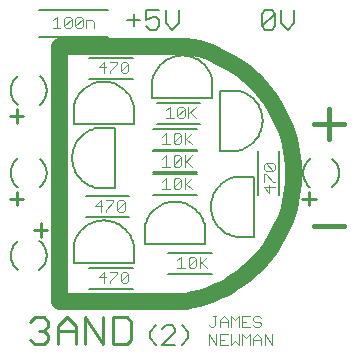
<source format=gto>
G04 Output by ViewMate Deluxe V11.0.9  PentaLogix LLC*
G04 Sun May 11 19:20:02 2014*
%FSLAX33Y33*%
%MOMM*%
%IPPOS*%
%ADD15C,0.0762*%
%ADD16C,0.127*%
%ADD105C,1.397*%
%ADD106C,0.254*%
%ADD107C,0.4064*%
%ADD108C,0.1524*%
%ADD109C,0.1016*%

%LPD*%
X0Y0D2*D15*G1X27153Y16370D2*X27308Y16528D1*X27308Y15593D2*X27153Y15593D1*X27153Y14966*X27622Y14656D2*X27622Y14028D1*X27153Y14498*X28092Y14498*X28092Y14966D2*X27935Y14966D1*X27308Y15593*X27935Y15900D2*X28092Y16058D1*X28092Y16370*X27935Y16528*X27308Y16528*X27935Y15900*X27308Y15900*X27153Y16058*X27153Y16370*X14732Y24973D2*X14732Y25131D1*X14105Y25131*X13797Y24658D2*X13170Y24658D1*X13640Y25131*X13640Y24188*X14105Y24188D2*X14105Y24346D1*X14732Y24973*X15042Y24346D2*X15042Y24973D1*X15197Y25131*X15512Y25131*X15669Y24973*X15669Y24346D2*X15669Y24973D1*X15042Y24346*X15197Y24188*X15512Y24188*X15669Y24346*X20912Y20848D2*X21384Y20378D1*X20757Y20693D2*X21384Y21321D1*X18885Y21006D2*X19197Y21321D1*X19197Y20378*X19512Y20378D2*X18885Y20378D1*X19820Y20536D2*X19820Y21163D1*X19977Y21321*X20292Y21321*X20447Y21163*X20447Y20536*X20292Y20378*X19977Y20378*X19820Y20536*X20447Y21163*X20757Y20378D2*X20757Y21321D1*X20594Y18626D2*X21067Y18156D1*X20439Y18471D2*X21067Y19098D1*X20439Y19098D2*X20439Y18156D1*X20130Y18941D2*X19975Y19098D1*X19660Y19098*X19502Y18941*X19502Y18313D2*X19660Y18156D1*X19975Y18156*X20130Y18313*X20130Y18941*X19502Y18313*X19502Y18941*X18567Y18783D2*X18880Y19098D1*X18880Y18156*X18567Y18156D2*X19195Y18156D1*X18567Y16878D2*X18880Y17193D1*X18880Y16251*X19195Y16251D2*X18567Y16251D1*X20130Y17036D2*X19975Y17193D1*X19660Y17193*X19502Y17036*X19502Y16408*X20130Y16408D2*X20130Y17036D1*X19502Y16408*X19660Y16251*X19975Y16251*X20130Y16408*X20439Y17193D2*X20439Y16251D1*X20439Y16566D2*X21067Y17193D1*X21067Y16251D2*X20594Y16721D1*X20594Y14816D2*X21067Y14346D1*X20439Y14661D2*X21067Y15288D1*X20439Y15288D2*X20439Y14346D1*X20130Y15131D2*X19975Y15288D1*X19660Y15288*X19502Y15131*X19502Y14503D2*X19660Y14346D1*X19975Y14346*X20130Y14503*X20130Y15131*X19502Y14503*X19502Y15131*X18567Y14973D2*X18880Y15288D1*X18880Y14346*X18567Y14346D2*X19195Y14346D1*X14414Y13226D2*X14414Y13383D1*X13787Y13383*X13480Y12911D2*X12852Y12911D1*X13322Y13383*X13322Y12441*X13787Y12441D2*X13787Y12598D1*X14414Y13226*X15352Y13226D2*X15194Y13383D1*X14879Y13383*X14724Y13226*X14724Y12598*X14879Y12441D2*X15194Y12441D1*X15352Y12598*X15352Y13226*X14724Y12598*X14879Y12441*X14732Y7193D2*X14732Y7351D1*X14105Y7351*X13797Y6878D2*X13170Y6878D1*X13640Y7351*X13640Y6408*X14105Y6408D2*X14105Y6566D1*X14732Y7193*X15042Y6566D2*X15042Y7193D1*X15197Y7351*X15512Y7351*X15669Y7193*X15042Y6566*X15197Y6408*X15512Y6408*X15669Y6566*X15669Y7193*X19837Y8306D2*X20150Y8621D1*X20150Y7678*X20465Y7678D2*X19837Y7678D1*X21400Y8463D2*X21245Y8621D1*X20930Y8621*X20772Y8463*X20772Y7836*X21400Y7836D2*X21400Y8463D1*X20772Y7836*X20930Y7678*X21245Y7678*X21400Y7836*X21709Y8621D2*X21709Y7678D1*X21709Y7993D2*X22337Y8621D1*X22337Y7678D2*X21864Y8148D1*D16*X16129Y21356D2*X16093Y21511D1*X16048Y21661*X15994Y21811*X15931Y21956*X15860Y22095*X15778Y22233*X15690Y22365*X15593Y22489*X15491Y22609*X15380Y22720*X15263Y22827*X15138Y22926*X15009Y23015*X14874Y23099*X14735Y23172*X14590Y23238*X14442Y23294*X14293Y23343*X14138Y23381*X13983Y23409*X13825Y23429*X13668Y23439*X13510Y23439*X13353Y23429*X13195Y23409*X13040Y23381*X12885Y23343*X12736Y23294*X12588Y23238*X12443Y23172*X12304Y23099*X12169Y23015*X12040Y22926*X11915Y22827*X11798Y22720*X11687Y22609*X11585Y22489*X11488Y22365*X11400Y22233*X11318Y22095*X11247Y21956*X11184Y21811*X11130Y21661*X11085Y21511*X11049Y21356*X13018Y19515D2*X12863Y19479D1*X12713Y19434*X12563Y19380*X12418Y19317*X12278Y19246*X12141Y19164*X12009Y19075*X11885Y18979*X11765Y18877*X11654Y18766*X11547Y18649*X11448Y18524*X11359Y18395*X11275Y18260*X11201Y18120*X11135Y17976*X11079Y17828*X11031Y17678*X10993Y17523*X10965Y17369*X10945Y17211*X10935Y17054*X10935Y16896*X10945Y16739*X10965Y16581*X10993Y16426*X11031Y16271*X11079Y16121*X11135Y15974*X11201Y15829*X11275Y15690*X11359Y15555*X11448Y15425*X11547Y15301*X11654Y15184*X11765Y15072*X11885Y14971*X12009Y14874*X12141Y14785*X12278Y14704*X12418Y14633*X12563Y14569*X12713Y14516*X12863Y14470*X13018Y14435*X14542Y14435*X14542Y19515*X13018Y19515*X11049Y21356D2*X11049Y19832D1*X16129Y19832*X16129Y21356*X24956Y17610D2*X25110Y17645D1*X25260Y17691*X25410Y17744*X25555Y17808*X25695Y17879*X25832Y17960*X25964Y18049*X26088Y18146*X26208Y18247*X26319Y18359*X26426Y18476*X26525Y18600*X26614Y18730*X26698Y18865*X26772Y19004*X26838Y19149*X26894Y19296*X26942Y19446*X26980Y19601*X27008Y19756*X27028Y19914*X27038Y20071*X27038Y20229*X27028Y20386*X27008Y20544*X26980Y20698*X26942Y20853*X26894Y21003*X26838Y21151*X26772Y21295*X26698Y21435*X26614Y21570*X26525Y21699*X26426Y21824*X26319Y21941*X26208Y22052*X26088Y22154*X25964Y22250*X25832Y22339*X25695Y22421*X25555Y22492*X25410Y22555*X25260Y22609*X25110Y22654*X24956Y22690*X22796Y23579D2*X22761Y23734D1*X22715Y23884*X22662Y24033*X22598Y24178*X22527Y24318*X22446Y24455*X22357Y24587*X22261Y24712*X22159Y24831*X22047Y24943*X21930Y25049*X21806Y25149*X21676Y25237*X21542Y25321*X21402Y25395*X21257Y25461*X21110Y25517*X20960Y25565*X20805Y25603*X20650Y25631*X20493Y25651*X20335Y25662*X20178Y25662*X20020Y25651*X19863Y25631*X19708Y25603*X19553Y25565*X19403Y25517*X19256Y25461*X19111Y25395*X18971Y25321*X18837Y25237*X18707Y25149*X18583Y25049*X18466Y24943*X18354Y24831*X18252Y24712*X18156Y24587*X18067Y24455*X17986Y24318*X17915Y24178*X17851Y24033*X17798Y23884*X17752Y23734*X17716Y23579*X17716Y22055*X22796Y22055*X22796Y23579*X24956Y22690D2*X23432Y22690D1*X23432Y17610*X24956Y17610*X24765Y15387D2*X24610Y15352D1*X24460Y15306*X24310Y15253*X24166Y15189*X24026Y15118*X23889Y15037*X23757Y14948*X23632Y14851*X23513Y14750*X23401Y14638*X23294Y14521*X23195Y14397*X23106Y14267*X23023Y14133*X22949Y13993*X22883Y13848*X22827Y13701*X22779Y13551*X22741Y13396*X22713Y13241*X22692Y13084*X22682Y12926*X22682Y12769*X22692Y12611*X22713Y12454*X22741Y12299*X22779Y12144*X22827Y11994*X22883Y11847*X22949Y11702*X23023Y11562*X23106Y11427*X23195Y11298*X23294Y11173*X23401Y11057*X23513Y10945*X23632Y10843*X23757Y10747*X23889Y10658*X24026Y10577*X24166Y10505*X24310Y10442*X24460Y10389*X24610Y10343*X24765Y10307*X22162Y11196D2*X22126Y11351D1*X22080Y11501*X22027Y11651*X21963Y11796*X21892Y11935*X21811Y12073*X21722Y12205*X21626Y12329*X21524Y12449*X21412Y12560*X21295Y12667*X21171Y12766*X21041Y12855*X20907Y12939*X20767Y13012*X20622Y13078*X20475Y13134*X20325Y13183*X20170Y13221*X20015Y13249*X19858Y13269*X19700Y13279*X19543Y13279*X19385Y13269*X19228Y13249*X19073Y13221*X18918Y13183*X18768Y13134*X18621Y13078*X18476Y13012*X18336Y12939*X18202Y12855*X18072Y12766*X17948Y12667*X17831Y12560*X17719Y12449*X17617Y12329*X17521Y12205*X17432Y12073*X17351Y11935*X17280Y11796*X17216Y11651*X17163Y11501*X17117Y11351*X17082Y11196*X16129Y9609D2*X16093Y9764D1*X16048Y9914*X15994Y10063*X15931Y10208*X15860Y10348*X15778Y10485*X15690Y10617*X15593Y10742*X15491Y10861*X15380Y10973*X15263Y11079*X15138Y11179*X15009Y11267*X14874Y11351*X14735Y11425*X14590Y11491*X14442Y11547*X14293Y11595*X14138Y11633*X13983Y11661*X13825Y11681*X13668Y11692*X13510Y11692*X13353Y11681*X13195Y11661*X13040Y11633*X12885Y11595*X12736Y11547*X12588Y11491*X12443Y11425*X12304Y11351*X12169Y11267*X12040Y11179*X11915Y11079*X11798Y10973*X11687Y10861*X11585Y10742*X11488Y10617*X11400Y10485*X11318Y10348*X11247Y10208*X11184Y10063*X11130Y9914*X11085Y9764*X11049Y9609*X11049Y8085*X16129Y8085*X16129Y9609*X17082Y11196D2*X17082Y9672D1*X22162Y9672*X22162Y11196*X24765Y10307D2*X26289Y10307D1*X26289Y15387*X24765Y15387*D105*X9779Y4910D2*X20574Y4910D1*X21102Y5014*X21623Y5146*X22136Y5304*X22642Y5486*X23137Y5692*X23622Y5923*X24094Y6177*X24554Y6454*X25001Y6754*X25430Y7074*X25847Y7417*X26243Y7777*X26622Y8158*X26982Y8555*X27323Y8971*X27643Y9403*X27940Y9850*X28214Y10310*X28468Y10785*X28697Y11270*X28903Y11768*X29083Y12273*X29238Y12786*X29370Y13307*X29474Y13835*X29553Y14366*X29604Y14900*X29632Y15436*X29632Y15974*X29604Y16510*X29553Y17043*X29474Y17574*X29370Y18103*X29238Y18623*X29083Y19136*X28903Y19642*X28697Y20140*X28468Y20625*X28214Y21100*X27940Y21560*X27643Y22007*X27323Y22438*X26982Y22855*X26622Y23251*X26243Y23632*X25847Y23993*X25430Y24336*X25001Y24656*X24554Y24956*X24094Y25232*X23622Y25486*X23137Y25718*X22642Y25923*X22136Y26106*X21623Y26264*X21102Y26396*X20574Y26500*X9779Y26500*X9779Y4910*D106*X30988Y14117D2*X30988Y12974D1*X30416Y13546D2*X31560Y13546D1*X6794Y20531D2*X5652Y20531D1*X6223Y19959D2*X6223Y21102D1*X6794Y13546D2*X5652Y13546D1*X6223Y12974D2*X6223Y14117D1*X7684Y10879D2*X8826Y10879D1*X8255Y10307D2*X8255Y11450D1*X9705Y2753D2*X9705Y1227D1*X11229Y2372D2*X9705Y2372D1*X14381Y3515D2*X14381Y1227D1*X15527Y1227*X15908Y1608*X15908Y3134*X15527Y3515*X14381Y3515*X13569Y3515D2*X13569Y1227D1*X12045Y3515*X12045Y1227*X11229Y1227D2*X11229Y2753D1*X10467Y3515*X9705Y2753*X7366Y3134D2*X7747Y3515D1*X8509Y3515*X8893Y3134*X8893Y2753*X8509Y2372*X8128Y2372D2*X8509Y2372D1*X8893Y1991*X8893Y1608*X8509Y1227*X7747Y1227*X7366Y1608*D107*X31369Y19832D2*X33909Y19832D1*X32639Y18562D2*X32639Y21102D1*X31369Y11260D2*X33909Y11260D1*D108*X29723Y29474D2*X29723Y28390D1*X29180Y27846*X28638Y28390*X28638Y29474*X28085Y29202D2*X27813Y29474D1*X27272Y29474*X27000Y29202*X27000Y28118*X27272Y27846D2*X27813Y27846D1*X28085Y28118*X28085Y29202*X27000Y28118*X27272Y27846*X18098Y21674D2*X21780Y21674D1*X16114Y29202D2*X16114Y28118D1*X19929Y29474D2*X19929Y28390D1*X19388Y27846*X18844Y28390*X18844Y29474*X18293Y29474D2*X17208Y29474D1*X17208Y28661*X17208Y28118D2*X17478Y27846D1*X18021Y27846*X18293Y28118*X18293Y28661*X18021Y28931*X17750Y28931*X17208Y28661*X15570Y28661D2*X16655Y28661D1*X8128Y29548D2*X13970Y29548D1*X13970Y27262D2*X8128Y27262D1*X16066Y25484D2*X12382Y25484D1*X12382Y23706D2*X16066Y23706D1*X6325Y21471D2*X6233Y21544D1*X6147Y21626*X6068Y21714*X5997Y21806*X5933Y21905*X5875Y22009*X5827Y22116*X5786Y22225*X5756Y22339*X5733Y22456*X5720Y22573*X5715Y22690*X8174Y23894D2*X8263Y23818D1*X8346Y23739*X8423Y23650*X8491Y23558*X8552Y23462*X8608Y23360*X8654Y23254*X8694Y23144*X8725Y23033*X8745Y22921*X8758Y22804*X8763Y22690*X8174Y21486D2*X8263Y21562D1*X8346Y21641*X8423Y21730*X8491Y21821*X8552Y21918*X8608Y22019*X8654Y22126*X8694Y22235*X8725Y22347*X8745Y22459*X8758Y22576*X8763Y22690*X6353Y23929D2*X6259Y23856D1*X6170Y23774*X6086Y23686*X6010Y23592*X5944Y23492*X5885Y23388*X5832Y23277*X5791Y23165*X5758Y23048*X5735Y22931*X5720Y22809*X5715Y22690*X6325Y14486D2*X6233Y14559D1*X6147Y14641*X6068Y14729*X5997Y14821*X5933Y14920*X5875Y15024*X5827Y15131*X5786Y15240*X5756Y15354*X5733Y15471*X5720Y15588*X5715Y15705*X8174Y16909D2*X8263Y16833D1*X8346Y16754*X8423Y16665*X8491Y16574*X8552Y16477*X8608Y16375*X8654Y16269*X8694Y16159*X8725Y16048*X8745Y15936*X8758Y15819*X8763Y15705*X8174Y14501D2*X8263Y14577D1*X8346Y14656*X8423Y14745*X8491Y14836*X8552Y14933*X8608Y15034*X8654Y15141*X8694Y15250*X8725Y15362*X8745Y15474*X8758Y15591*X8763Y15705*X6353Y16944D2*X6259Y16871D1*X6170Y16789*X6086Y16700*X6010Y16607*X5944Y16507*X5885Y16403*X5832Y16292*X5791Y16180*X5758Y16063*X5735Y15946*X5720Y15824*X5715Y15705*X8763Y8720D2*X8758Y8600D1*X8743Y8479*X8720Y8362*X8687Y8245*X8646Y8133*X8593Y8021*X8534Y7917*X8468Y7818*X8392Y7724*X8308Y7635*X8219Y7554*X8125Y7480*X5715Y8720D2*X5720Y8606D1*X5733Y8489*X5753Y8377*X5784Y8265*X5824Y8156*X5870Y8049*X5926Y7948*X5987Y7851*X6055Y7760*X6132Y7671*X6215Y7592*X6304Y7516*X8763Y8720D2*X8758Y8837D1*X8745Y8954*X8722Y9070*X8692Y9185*X8651Y9294*X8603Y9401*X8545Y9505*X8481Y9604*X8410Y9695*X8331Y9784*X8245Y9865*X8153Y9939*X5715Y8720D2*X5720Y8834D1*X5733Y8951*X5753Y9063*X5784Y9174*X5824Y9284*X5870Y9390*X5926Y9492*X5987Y9588*X6055Y9680*X6132Y9769*X6215Y9848*X6304Y9924*X20203Y2804D2*X20747Y2261D1*X20747Y1720*X20203Y1176*X18567Y1176D2*X19652Y1176D1*X18567Y2532D2*X18837Y2804D1*X19380Y2804*X19652Y2532*X19652Y2261*X18567Y1176*X18019Y1176D2*X17475Y1720D1*X17475Y2261*X18019Y2804*X12382Y5926D2*X16066Y5926D1*X16066Y7704D2*X12382Y7704D1*X22733Y7196D2*X19050Y7196D1*X19050Y8974D2*X22733Y8974D1*X12065Y11958D2*X15748Y11958D1*X15748Y13736D2*X12065Y13736D1*X21463Y13863D2*X17780Y13863D1*X17780Y15641D2*X21463Y15641D1*X21463Y15768D2*X17780Y15768D1*X17780Y17546D2*X21463Y17546D1*X21463Y17673D2*X17780Y17673D1*X17780Y19451D2*X21463Y19451D1*X21780Y19896D2*X18098Y19896D1*X26670Y13863D2*X26670Y17546D1*X28448Y17546D2*X28448Y13863D1*X32939Y16909D2*X33028Y16833D1*X33111Y16754*X33188Y16665*X33256Y16574*X33317Y16477*X33373Y16375*X33419Y16269*X33459Y16159*X33490Y16048*X33510Y15936*X33523Y15819*X33528Y15705*X31090Y14486D2*X30998Y14559D1*X30912Y14641*X30833Y14729*X30762Y14821*X30698Y14920*X30640Y15024*X30592Y15131*X30551Y15240*X30521Y15354*X30498Y15471*X30485Y15588*X30480Y15705*X31118Y16944D2*X31024Y16871D1*X30935Y16789*X30851Y16700*X30775Y16607*X30709Y16507*X30650Y16403*X30597Y16292*X30556Y16180*X30523Y16063*X30500Y15946*X30485Y15824*X30480Y15705*X32939Y14501D2*X33028Y14577D1*X33111Y14656*X33188Y14745*X33256Y14836*X33317Y14933*X33373Y15034*X33419Y15141*X33459Y15250*X33490Y15362*X33510Y15474*X33523Y15591*X33528Y15705*D109*X25336Y3132D2*X25641Y3132D1*X22530Y1151D2*X22530Y2068D1*X24402Y2068D2*X24402Y1151D1*X23465Y1608D2*X23769Y1608D1*X24077Y2068D2*X23465Y2068D1*X23465Y3132D2*X24077Y3132D1*X23465Y2675D2*X23465Y3287D1*X23769Y3592*X24077Y3287*X24077Y2675*X24402Y2675D2*X24402Y3592D1*X24707Y3287*X25011Y3592*X25011Y2675*X25336Y2675D2*X25336Y3592D1*X25946Y3592*X26881Y3439D2*X26728Y3592D1*X26424Y3592*X26271Y3439*X26271Y3287*X26424Y3132*X26728Y3132*X26881Y2979*X26881Y2827*X26728Y2675*X26424Y2675*X26271Y2827*X25336Y2675D2*X25946Y2675D1*X25336Y1151D2*X25336Y2068D1*X26881Y1608D2*X26271Y1608D1*X27818Y2068D2*X27818Y1151D1*X27208Y2068*X27208Y1151*X26881Y1151D2*X26881Y1763D1*X26576Y2068*X26271Y1763*X26271Y1151*X25946Y1151D2*X25946Y2068D1*X25641Y1763*X25336Y2068*X25011Y2068D2*X25011Y1151D1*X24707Y1455*X24402Y1151*X24077Y1151D2*X23465Y1151D1*X23465Y2068*X23139Y2068D2*X23139Y1151D1*X22530Y2068*X22530Y2827D2*X22682Y2675D1*X22835Y2675*X22987Y2827*X22987Y3592*X22835Y3592D2*X23139Y3592D1*X9322Y28623D2*X9627Y28928D1*X9627Y28011*X9931Y28011D2*X9322Y28011D1*X10257Y28164D2*X10257Y28776D1*X10409Y28928*X10714Y28928*X10869Y28776*X10257Y28164*X10409Y28011*X10714Y28011*X10869Y28164*X10869Y28776*X11803Y28776D2*X11651Y28928D1*X11346Y28928*X11194Y28776*X11194Y28164*X11803Y28164D2*X11803Y28776D1*X11194Y28164*X11346Y28011*X11651Y28011*X11803Y28164*X12128Y28011D2*X12128Y28623D1*X12586Y28623*X12738Y28468*X12738Y28011*X0Y0D2*M02*
</source>
